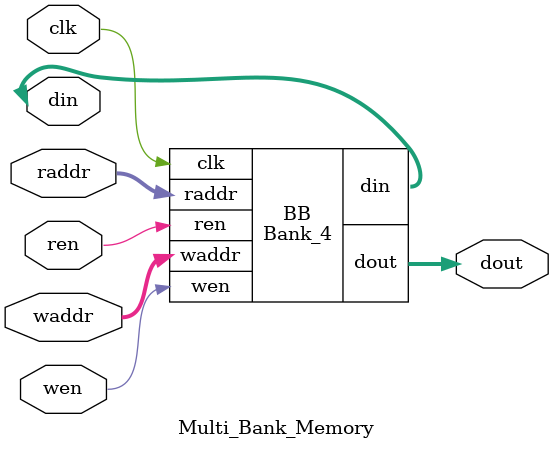
<source format=v>
`timescale 1ns/1ps

module or_4 (a, b, c, d, out);

    input a, b, c, d;
    output out;
    
    wire tmp1, tmp2;

    or o2(tmp1, a, b);
    or o1(tmp2, c, d);
    or o3(out, tmp1, tmp2);

endmodule

module or_8bit (a, b, c, d, out);
    
    input [8-1:0] a, b, c, d;
    output [8-1:0] out;

    or_4 o0(a[0], b[0], c[0], d[0], out[0]);
    or_4 o1(a[1], b[1], c[1], d[1], out[1]);
    or_4 o2(a[2], b[2], c[2], d[2], out[2]);
    or_4 o3(a[3], b[3], c[3], d[3], out[3]);
    or_4 o4(a[4], b[4], c[4], d[4], out[4]);
    or_4 o5(a[5], b[5], c[5], d[5], out[5]);
    or_4 o6(a[6], b[6], c[6], d[6], out[6]);
    or_4 o7(a[7], b[7], c[7], d[7], out[7]);

endmodule

module Memory (clk, ren, wen, addr, din, dout);

    input clk;
    input ren, wen;
    input [7-1:0] addr;
    input [8-1:0] din;
    output [8-1:0] dout;

    reg [8-1:0] dout = 0;
    reg [8-1:0] my_memory [0:127];

    always @(posedge clk) begin
        if (ren)begin
            dout[8-1:0] <= my_memory[addr];
        end else begin
            dout <= 0;
        end
    end
    
    always @(posedge clk) begin
        if (wen && !ren) begin
            my_memory[addr] <= din[8-1:0];
        end else begin
            my_memory[addr] <= my_memory[addr];
        end
    end

endmodule

module Bank(clk, ren, wen, waddr, raddr, din, dout);

    input clk, ren, wen;
    input [9-1:0] raddr, waddr;
    output [8-1:0] din;
    output [8-1:0] dout;

    reg aw, bw, cw, dw, ar, br, cr, dr;
    reg [7-1:0] Aaddr, Baddr, Caddr, Daddr;
    wire [8-1:0] Aout, Bout, Cout, Dout;

    always @(ren or raddr) begin
        ar = (ren && (raddr[8:7] == 2'b00)) ? 1 : 0;
        br = (ren && (raddr[8:7] == 2'b01)) ? 1 : 0;
        cr = (ren && (raddr[8:7] == 2'b10)) ? 1 : 0;
        dr = (ren && (raddr[8:7] == 2'b11)) ? 1 : 0;
    end

    //assign ar = (ren && (raddr[8:7] == 2'b00)) ? 1 : 0;
    //assign br = (ren && (raddr[8:7] == 2'b01)) ? 1 : 0;
    //assign cr = (ren && (raddr[8:7] == 2'b10)) ? 1 : 0;
    //assign dr = (ren && (raddr[8:7] == 2'b11)) ? 1 : 0;

    always @(wen or waddr) begin
        aw = (wen && (waddr[8:7] == 2'b00)) ? 1 : 0;
        bw = (wen && (waddr[8:7] == 2'b01)) ? 1 : 0;
        cw = (wen && (waddr[8:7] == 2'b10)) ? 1 : 0;
        dw = (wen && (waddr[8:7] == 2'b11)) ? 1 : 0;
    end
    //assign aw = (wen && (waddr[8:7] == 2'b00)) ? 1 : 0;
    //assign bw = (wen && (waddr[8:7] == 2'b01)) ? 1 : 0;
    //assign cw = (wen && (waddr[8:7] == 2'b10)) ? 1 : 0;
    //assign dw = (wen && (waddr[8:7] == 2'b11)) ? 1 : 0;

    always @(*) begin
        Aaddr = (ar) ? raddr[6:0] : waddr[6:0];
        Baddr = (br) ? raddr[6:0] : waddr[6:0];
        Caddr = (cr) ? raddr[6:0] : waddr[6:0];
        Daddr = (dr) ? raddr[6:0] : waddr[6:0];
    end

    Memory M0(clk, ar, aw, Aaddr, din, Aout);
    Memory M1(clk, br, bw, Baddr, din, Bout);
    Memory M2(clk, cr, cw, Caddr, din, Cout);
    Memory M3(clk, dr, dw, Daddr, din, Dout);
    or_8bit oo(Aout, Bout, Cout, Dout, dout);

endmodule


module Bank_4(clk, ren, wen, waddr, raddr, din, dout);

    input clk, ren, wen;
    input [11-1:0] raddr, waddr;
    output [8-1:0] din;
    output [8-1:0] dout;

    reg  b0w, b0r, b1w, b1r, b2w, b2r, b3w, b3r;

    wire [8-1:0] Aout, Bout, Cout, Dout;

    always @(ren or raddr) begin
        b0r = (ren && (raddr[10:9] === 2'b00)) ? 1 : 0;
        b1r = (ren && (raddr[10:9] === 2'b01)) ? 1 : 0;
        b2r = (ren && (raddr[10:9] === 2'b10)) ? 1 : 0;
        b3r = (ren && (raddr[10:9] === 2'b11)) ? 1 : 0;
    end

    //assign b0r = (ren && (raddr[10:9] === 2'b00)) ? 1 : 0;
    //assign b1r = (ren && (raddr[10:9] === 2'b01)) ? 1 : 0;
    //assign b2r = (ren && (raddr[10:9] === 2'b10)) ? 1 : 0;
    //assign b3r = (ren && (raddr[10:9] === 2'b11)) ? 1 : 0;

    always @(wen or waddr) begin
        b0w = (wen && (waddr[10:9] === 2'b00)) ? 1 : 0;
        b1w = (wen && (waddr[10:9] === 2'b01)) ? 1 : 0;
        b2w = (wen && (waddr[10:9] === 2'b10)) ? 1 : 0;
        b3w = (wen && (waddr[10:9] === 2'b11)) ? 1 : 0;
    end

    //assign b0w = (wen && (waddr[10:9] === 2'b00)) ? 1 : 0;
    //assign b1w = (wen && (waddr[10:9] === 2'b01)) ? 1 : 0;
    //assign b2w = (wen && (waddr[10:9] === 2'b10)) ? 1 : 0;
    //assign b3w = (wen && (waddr[10:9] === 2'b11)) ? 1 : 0;

    Bank B0(clk, b0r, b0w, waddr[8:0], raddr[8:0], din, Aout);
    Bank B1(clk, b1r, b1w, waddr[8:0], raddr[8:0], din, Bout);
    Bank B2(clk, b2r, b2w, waddr[8:0], raddr[8:0], din, Cout);
    Bank B3(clk, b3r, b3w, waddr[8:0], raddr[8:0], din, Dout);
    or_8bit OO(Aout, Bout, Cout, Dout, dout);

endmodule


module Multi_Bank_Memory (clk, ren, wen, waddr, raddr, din, dout);

    input clk;
    input ren, wen;
    input [11-1:0] waddr;
    input [11-1:0] raddr;
    input [8-1:0] din;
    output [8-1:0] dout;

    Bank_4 BB(clk, ren, wen, waddr, raddr, din, dout);

endmodule

</source>
